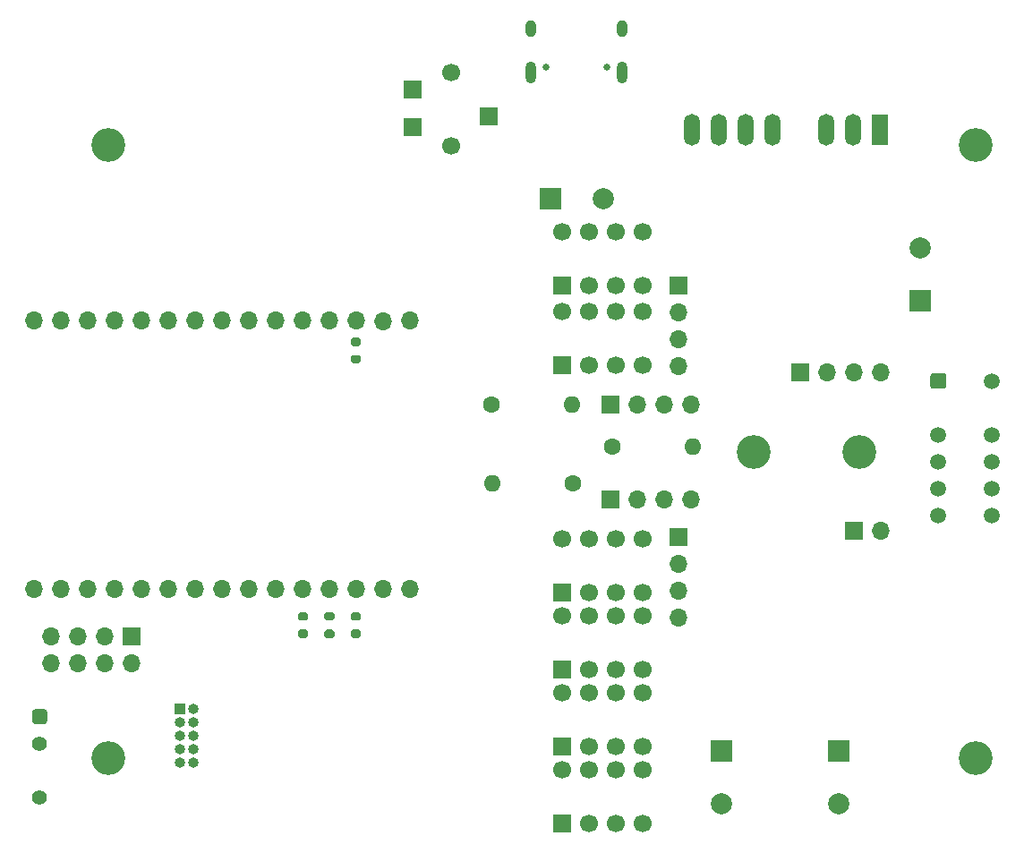
<source format=gbr>
%TF.GenerationSoftware,KiCad,Pcbnew,5.1.9-73d0e3b20d~88~ubuntu18.04.1*%
%TF.CreationDate,2021-01-16T14:46:19+01:00*%
%TF.ProjectId,saba-fernbedienung,73616261-2d66-4657-926e-62656469656e,rev?*%
%TF.SameCoordinates,Original*%
%TF.FileFunction,Soldermask,Bot*%
%TF.FilePolarity,Negative*%
%FSLAX46Y46*%
G04 Gerber Fmt 4.6, Leading zero omitted, Abs format (unit mm)*
G04 Created by KiCad (PCBNEW 5.1.9-73d0e3b20d~88~ubuntu18.04.1) date 2021-01-16 14:46:19*
%MOMM*%
%LPD*%
G01*
G04 APERTURE LIST*
%ADD10C,2.000000*%
%ADD11R,2.000000X2.000000*%
%ADD12O,1.700000X1.700000*%
%ADD13R,1.700000X1.700000*%
%ADD14C,3.200000*%
%ADD15C,1.700000*%
%ADD16O,1.000000X2.100000*%
%ADD17C,0.650000*%
%ADD18O,1.000000X1.600000*%
%ADD19O,1.500000X3.000000*%
%ADD20R,1.500000X3.000000*%
%ADD21C,1.400000*%
%ADD22C,1.600000*%
%ADD23O,1.600000X1.600000*%
%ADD24C,1.500000*%
%ADD25O,1.000000X1.000000*%
%ADD26R,1.000000X1.000000*%
G04 APERTURE END LIST*
D10*
%TO.C,C407*%
X155800000Y-77600000D03*
D11*
X150800000Y-77600000D03*
%TD*%
D12*
%TO.C,U201*%
X137490000Y-114500000D03*
X134950000Y-114500000D03*
X132410000Y-114500000D03*
X129870000Y-114500000D03*
X127330000Y-114500000D03*
X124790000Y-114500000D03*
X122250000Y-114500000D03*
X119710000Y-114500000D03*
X117170000Y-114500000D03*
X114630000Y-114500000D03*
X112090000Y-114500000D03*
X109550000Y-114500000D03*
X107010000Y-114500000D03*
X104470000Y-114500000D03*
X101930000Y-114500000D03*
X101930000Y-89100000D03*
X104470000Y-89100000D03*
X107010000Y-89100000D03*
X109550000Y-89100000D03*
X112090000Y-89100000D03*
X114630000Y-89100000D03*
X117170000Y-89100000D03*
X119710000Y-89100000D03*
X122250000Y-89100000D03*
X124790000Y-89100000D03*
X127330000Y-89100000D03*
X129870000Y-89100000D03*
X132410000Y-89100000D03*
X134950000Y-89150800D03*
X137488000Y-89100800D03*
%TD*%
D13*
%TO.C,J312*%
X111180000Y-118960000D03*
D12*
X111180000Y-121500000D03*
X108640000Y-118960000D03*
X108640000Y-121500000D03*
X106100000Y-118960000D03*
X106100000Y-121500000D03*
X103560000Y-118960000D03*
X103560000Y-121500000D03*
%TD*%
D11*
%TO.C,C418*%
X178100000Y-129800000D03*
D10*
X178100000Y-134800000D03*
%TD*%
D14*
%TO.C,REF\u002A\u002A*%
X180000000Y-101500000D03*
%TD*%
%TO.C,REF\u002A\u002A*%
X170000000Y-101500000D03*
%TD*%
%TO.C,REF\u002A\u002A*%
X109000000Y-72500000D03*
%TD*%
%TO.C,REF\u002A\u002A*%
X191000000Y-72500000D03*
%TD*%
%TO.C,REF\u002A\u002A*%
X191000000Y-130500000D03*
%TD*%
%TO.C,REF\u002A\u002A*%
X109000000Y-130500000D03*
%TD*%
D13*
%TO.C,K606*%
X151880000Y-114800000D03*
D15*
X154420000Y-114800000D03*
X156960000Y-114800000D03*
X159500000Y-114800000D03*
X159500000Y-109720000D03*
X156960000Y-109720000D03*
X154420000Y-109720000D03*
X151880000Y-109720000D03*
%TD*%
D13*
%TO.C,K605*%
X151880000Y-136680000D03*
D15*
X154420000Y-136680000D03*
X156960000Y-136680000D03*
X159500000Y-136680000D03*
X159500000Y-131600000D03*
X156960000Y-131600000D03*
X154420000Y-131600000D03*
X151880000Y-131600000D03*
%TD*%
D13*
%TO.C,K604*%
X151880000Y-129380000D03*
D15*
X154420000Y-129380000D03*
X156960000Y-129380000D03*
X159500000Y-129380000D03*
X159500000Y-124300000D03*
X156960000Y-124300000D03*
X154420000Y-124300000D03*
X151880000Y-124300000D03*
%TD*%
D13*
%TO.C,K603*%
X151880000Y-85800000D03*
D15*
X154420000Y-85800000D03*
X156960000Y-85800000D03*
X159500000Y-85800000D03*
X159500000Y-80720000D03*
X156960000Y-80720000D03*
X154420000Y-80720000D03*
X151880000Y-80720000D03*
%TD*%
D13*
%TO.C,K602*%
X151880000Y-122080000D03*
D15*
X154420000Y-122080000D03*
X156960000Y-122080000D03*
X159500000Y-122080000D03*
X159500000Y-117000000D03*
X156960000Y-117000000D03*
X154420000Y-117000000D03*
X151880000Y-117000000D03*
%TD*%
D13*
%TO.C,K601*%
X151880000Y-93300000D03*
D15*
X154420000Y-93300000D03*
X156960000Y-93300000D03*
X159500000Y-93300000D03*
X159500000Y-88220000D03*
X156960000Y-88220000D03*
X154420000Y-88220000D03*
X151880000Y-88220000D03*
%TD*%
D13*
%TO.C,J306*%
X179500000Y-109000000D03*
D12*
X182040000Y-109000000D03*
%TD*%
D16*
%TO.C,J313*%
X148960000Y-65630000D03*
X157600000Y-65630000D03*
D17*
X156170000Y-65100000D03*
D18*
X157600000Y-61450000D03*
D17*
X150390000Y-65100000D03*
D18*
X148960000Y-61450000D03*
%TD*%
D19*
%TO.C,U401*%
X164220000Y-71000000D03*
X166760000Y-71000000D03*
X176920000Y-71000000D03*
X169300000Y-71000000D03*
X171840000Y-71000000D03*
X179460000Y-71000000D03*
D20*
X182000000Y-71000000D03*
%TD*%
%TO.C,U301*%
G36*
G01*
X102049200Y-125860000D02*
X102950800Y-125860000D01*
G75*
G02*
X103200000Y-126109200I0J-249200D01*
G01*
X103200000Y-127010800D01*
G75*
G02*
X102950800Y-127260000I-249200J0D01*
G01*
X102049200Y-127260000D01*
G75*
G02*
X101800000Y-127010800I0J249200D01*
G01*
X101800000Y-126109200D01*
G75*
G02*
X102049200Y-125860000I249200J0D01*
G01*
G37*
D21*
X102500000Y-129100000D03*
X102500000Y-134180000D03*
%TD*%
D22*
%TO.C,R618*%
X152900000Y-104500000D03*
D23*
X145280000Y-104500000D03*
%TD*%
%TO.C,R617*%
X164250000Y-101000000D03*
D22*
X156630000Y-101000000D03*
%TD*%
D23*
%TO.C,R603*%
X152870000Y-97000000D03*
D22*
X145250000Y-97000000D03*
%TD*%
%TO.C,R208*%
G36*
G01*
X132675000Y-117475000D02*
X132125000Y-117475000D01*
G75*
G02*
X131925000Y-117275000I0J200000D01*
G01*
X131925000Y-116875000D01*
G75*
G02*
X132125000Y-116675000I200000J0D01*
G01*
X132675000Y-116675000D01*
G75*
G02*
X132875000Y-116875000I0J-200000D01*
G01*
X132875000Y-117275000D01*
G75*
G02*
X132675000Y-117475000I-200000J0D01*
G01*
G37*
G36*
G01*
X132675000Y-119125000D02*
X132125000Y-119125000D01*
G75*
G02*
X131925000Y-118925000I0J200000D01*
G01*
X131925000Y-118525000D01*
G75*
G02*
X132125000Y-118325000I200000J0D01*
G01*
X132675000Y-118325000D01*
G75*
G02*
X132875000Y-118525000I0J-200000D01*
G01*
X132875000Y-118925000D01*
G75*
G02*
X132675000Y-119125000I-200000J0D01*
G01*
G37*
%TD*%
%TO.C,R207*%
G36*
G01*
X127675000Y-117475000D02*
X127125000Y-117475000D01*
G75*
G02*
X126925000Y-117275000I0J200000D01*
G01*
X126925000Y-116875000D01*
G75*
G02*
X127125000Y-116675000I200000J0D01*
G01*
X127675000Y-116675000D01*
G75*
G02*
X127875000Y-116875000I0J-200000D01*
G01*
X127875000Y-117275000D01*
G75*
G02*
X127675000Y-117475000I-200000J0D01*
G01*
G37*
G36*
G01*
X127675000Y-119125000D02*
X127125000Y-119125000D01*
G75*
G02*
X126925000Y-118925000I0J200000D01*
G01*
X126925000Y-118525000D01*
G75*
G02*
X127125000Y-118325000I200000J0D01*
G01*
X127675000Y-118325000D01*
G75*
G02*
X127875000Y-118525000I0J-200000D01*
G01*
X127875000Y-118925000D01*
G75*
G02*
X127675000Y-119125000I-200000J0D01*
G01*
G37*
%TD*%
%TO.C,R206*%
G36*
G01*
X132675000Y-91500000D02*
X132125000Y-91500000D01*
G75*
G02*
X131925000Y-91300000I0J200000D01*
G01*
X131925000Y-90900000D01*
G75*
G02*
X132125000Y-90700000I200000J0D01*
G01*
X132675000Y-90700000D01*
G75*
G02*
X132875000Y-90900000I0J-200000D01*
G01*
X132875000Y-91300000D01*
G75*
G02*
X132675000Y-91500000I-200000J0D01*
G01*
G37*
G36*
G01*
X132675000Y-93150000D02*
X132125000Y-93150000D01*
G75*
G02*
X131925000Y-92950000I0J200000D01*
G01*
X131925000Y-92550000D01*
G75*
G02*
X132125000Y-92350000I200000J0D01*
G01*
X132675000Y-92350000D01*
G75*
G02*
X132875000Y-92550000I0J-200000D01*
G01*
X132875000Y-92950000D01*
G75*
G02*
X132675000Y-93150000I-200000J0D01*
G01*
G37*
%TD*%
%TO.C,R205*%
G36*
G01*
X130175000Y-117475000D02*
X129625000Y-117475000D01*
G75*
G02*
X129425000Y-117275000I0J200000D01*
G01*
X129425000Y-116875000D01*
G75*
G02*
X129625000Y-116675000I200000J0D01*
G01*
X130175000Y-116675000D01*
G75*
G02*
X130375000Y-116875000I0J-200000D01*
G01*
X130375000Y-117275000D01*
G75*
G02*
X130175000Y-117475000I-200000J0D01*
G01*
G37*
G36*
G01*
X130175000Y-119125000D02*
X129625000Y-119125000D01*
G75*
G02*
X129425000Y-118925000I0J200000D01*
G01*
X129425000Y-118525000D01*
G75*
G02*
X129625000Y-118325000I200000J0D01*
G01*
X130175000Y-118325000D01*
G75*
G02*
X130375000Y-118525000I0J-200000D01*
G01*
X130375000Y-118925000D01*
G75*
G02*
X130175000Y-119125000I-200000J0D01*
G01*
G37*
%TD*%
D24*
%TO.C,K607*%
X192580000Y-94800000D03*
X192580000Y-99880000D03*
X192580000Y-102420000D03*
X192580000Y-104960000D03*
X192580000Y-107500000D03*
X187500000Y-107500000D03*
X187500000Y-104960000D03*
X187500000Y-102420000D03*
X187500000Y-99880000D03*
G36*
G01*
X186750000Y-95299500D02*
X186750000Y-94300500D01*
G75*
G02*
X187000500Y-94050000I250500J0D01*
G01*
X187999500Y-94050000D01*
G75*
G02*
X188250000Y-94300500I0J-250500D01*
G01*
X188250000Y-95299500D01*
G75*
G02*
X187999500Y-95550000I-250500J0D01*
G01*
X187000500Y-95550000D01*
G75*
G02*
X186750000Y-95299500I0J250500D01*
G01*
G37*
%TD*%
D12*
%TO.C,J311*%
X162900000Y-117220000D03*
X162900000Y-114680000D03*
X162900000Y-112140000D03*
D13*
X162900000Y-109600000D03*
%TD*%
%TO.C,J310*%
X145000000Y-69750000D03*
%TD*%
%TO.C,J309*%
X137750000Y-67250000D03*
%TD*%
%TO.C,J308*%
X137750000Y-70750000D03*
%TD*%
%TO.C,J307*%
X174400000Y-94000000D03*
D12*
X176940000Y-94000000D03*
X179480000Y-94000000D03*
X182020000Y-94000000D03*
%TD*%
D15*
%TO.C,J305*%
X141400000Y-72600000D03*
X141400000Y-65600000D03*
%TD*%
D13*
%TO.C,J304*%
X156500000Y-106000000D03*
D12*
X159040000Y-106000000D03*
X161580000Y-106000000D03*
X164120000Y-106000000D03*
%TD*%
D13*
%TO.C,J302*%
X162900000Y-85800000D03*
D12*
X162900000Y-88340000D03*
X162900000Y-90880000D03*
X162900000Y-93420000D03*
%TD*%
D13*
%TO.C,J301*%
X156500000Y-97000000D03*
D12*
X159040000Y-97000000D03*
X161580000Y-97000000D03*
X164120000Y-97000000D03*
%TD*%
D25*
%TO.C,J201*%
X117070000Y-130880000D03*
X115800000Y-130880000D03*
X117070000Y-129610000D03*
X115800000Y-129610000D03*
X117070000Y-128340000D03*
X115800000Y-128340000D03*
X117070000Y-127070000D03*
X115800000Y-127070000D03*
X117070000Y-125800000D03*
D26*
X115800000Y-125800000D03*
%TD*%
D11*
%TO.C,C410*%
X167000000Y-129800000D03*
D10*
X167000000Y-134800000D03*
%TD*%
D11*
%TO.C,C403*%
X185800000Y-87200000D03*
D10*
X185800000Y-82200000D03*
%TD*%
M02*

</source>
